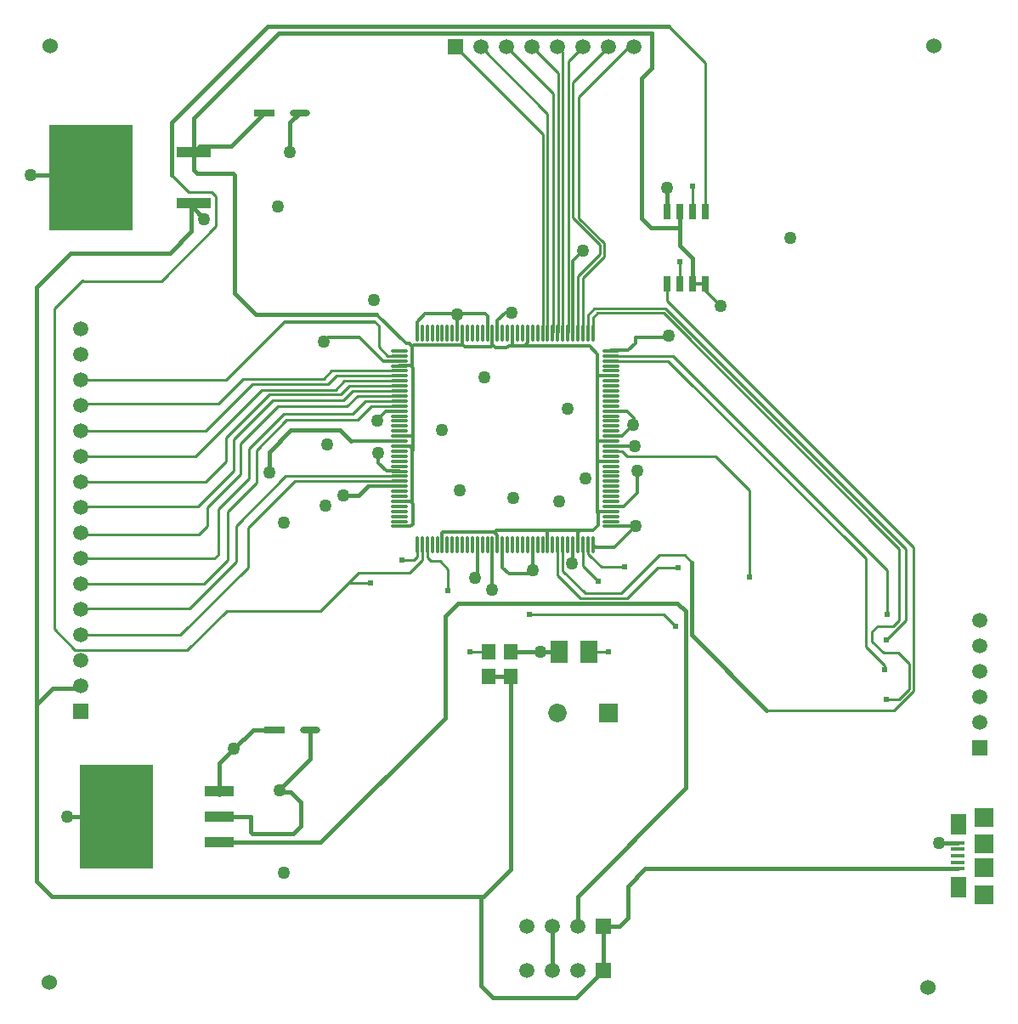
<source format=gtl>
G04*
G04 #@! TF.GenerationSoftware,Altium Limited,Altium Designer,18.0.7 (293)*
G04*
G04 Layer_Physical_Order=1*
G04 Layer_Color=255*
%FSLAX25Y25*%
%MOIN*%
G70*
G01*
G75*
%ADD16C,0.01000*%
%ADD18O,0.01181X0.07087*%
%ADD19O,0.07087X0.01181*%
%ADD20O,0.07874X0.02756*%
%ADD21R,0.07874X0.02756*%
%ADD22R,0.13795X0.04000*%
%ADD23R,0.32992X0.41299*%
%ADD24R,0.28543X0.40551*%
%ADD25R,0.11811X0.03937*%
%ADD26R,0.05315X0.01575*%
%ADD27R,0.07480X0.07480*%
%ADD28R,0.06299X0.08268*%
%ADD29R,0.02559X0.06496*%
%ADD30R,0.07087X0.09055*%
%ADD31R,0.05512X0.06299*%
%ADD54C,0.01575*%
%ADD55C,0.01181*%
%ADD56C,0.01260*%
%ADD57C,0.01378*%
%ADD58C,0.06000*%
%ADD59C,0.05906*%
%ADD60R,0.05906X0.05906*%
%ADD61R,0.05906X0.05906*%
%ADD62R,0.07284X0.07284*%
%ADD63C,0.07284*%
%ADD64C,0.05000*%
%ADD65C,0.02402*%
D16*
X220549Y316551D02*
X231200Y305900D01*
Y302200D02*
Y305900D01*
X223100Y316404D02*
X232900Y306604D01*
Y301200D02*
Y306604D01*
X222786Y293786D02*
X231200Y302200D01*
X224576Y292876D02*
X232900Y301200D01*
X343000Y139500D02*
Y140900D01*
X335600Y148300D02*
X343000Y140900D01*
X260900Y156300D02*
X261000D01*
X256200Y161000D02*
X260900Y156300D01*
X242000Y167500D02*
X253900Y179400D01*
X262000D01*
X171740Y170200D02*
Y178840D01*
X133000Y173800D02*
X133500Y173300D01*
X141200D01*
X242036Y223100D02*
X276600D01*
X240095Y225041D02*
X242036Y223100D01*
X235600Y225041D02*
X240095D01*
X240794Y179528D02*
X240966Y179700D01*
X231928Y179528D02*
X240794D01*
X224754Y179900D02*
X230654Y174000D01*
X225500Y169300D02*
X239700D01*
X223600Y167500D02*
X242000D01*
X159616Y183516D02*
Y188427D01*
X158300Y182200D02*
X159616Y183516D01*
X153700Y182200D02*
X158300D01*
X148034Y262442D02*
X152529D01*
X144500Y265977D02*
X148034Y262442D01*
X258200Y391800D02*
X272500Y377500D01*
X264500Y184400D02*
X267400Y181500D01*
X147774Y215189D02*
X152520D01*
X147764Y215198D02*
X147774Y215189D01*
X152520D02*
X152529Y215198D01*
X108098D02*
X147764D01*
X141775Y242775D02*
X152511D01*
X136200Y237200D02*
X141775Y242775D01*
X152511D02*
X152529Y242758D01*
X111649Y213249D02*
X152529D01*
X93300Y194900D02*
X111649Y213249D01*
X262600Y290627D02*
Y299400D01*
X262500Y290527D02*
X262600Y290627D01*
X59300Y291700D02*
X80800Y313200D01*
X28600Y291700D02*
X59300D01*
X80800Y313200D02*
Y325000D01*
X79000Y326800D02*
X80800Y325000D01*
X69900Y326800D02*
X79000D01*
X63300Y333400D02*
X69900Y326800D01*
X133000Y173800D02*
X136700Y177500D01*
X121600Y162400D02*
X133000Y173800D01*
X276600Y223100D02*
X290100Y209600D01*
Y175600D02*
Y209600D01*
X254800Y184400D02*
X264500D01*
X203600Y161000D02*
X256200D01*
X180300Y146500D02*
X187639D01*
X152351Y254747D02*
X152529Y254569D01*
X148835Y254747D02*
X152351D01*
X148744Y254837D02*
X148835Y254747D01*
X128137Y254837D02*
X148744D01*
X124700Y251400D02*
X128137Y254837D01*
X163553Y183347D02*
Y188427D01*
Y183347D02*
X164900Y182000D01*
X168580D01*
X171740Y178840D01*
X88700Y195800D02*
X108098Y215198D01*
X239700Y169300D02*
X254800Y184400D01*
X216700Y178100D02*
X225500Y169300D01*
X226635Y184820D02*
Y188427D01*
X226900Y146400D02*
X234700D01*
X227772Y183683D02*
Y183684D01*
Y183683D02*
X231928Y179528D01*
X226545Y188427D02*
X226635D01*
Y184820D02*
X227772Y183684D01*
X224576Y188427D02*
X224754Y188249D01*
Y179900D02*
Y188249D01*
X214734Y176366D02*
X223600Y167500D01*
X343500Y151100D02*
X351160Y158760D01*
Y186640D01*
X256900Y280900D02*
X351160Y186640D01*
X229100Y280900D02*
X256900D01*
X348800Y158804D02*
Y186596D01*
X256196Y279200D02*
X348800Y186596D01*
X230400Y279200D02*
X256196D01*
X296800Y123500D02*
X346604D01*
X354200Y131096D01*
Y187200D01*
X216700Y178100D02*
X216702Y178102D01*
Y188427D01*
X342600Y146000D02*
X348300D01*
X338100Y150500D02*
X342600Y146000D01*
X338100Y150500D02*
Y154200D01*
X340300Y156400D01*
X346396D01*
X348800Y158804D01*
X259858Y262442D02*
X344000Y178300D01*
X257500Y283900D02*
X354200Y187200D01*
X257500Y283900D02*
Y290527D01*
X161584Y182284D02*
Y188427D01*
X156800Y177500D02*
X161584Y182284D01*
X136700Y177500D02*
X156800D01*
X84900Y162400D02*
X121600D01*
X69400Y146900D02*
X84900Y162400D01*
X29673Y146900D02*
X69400D01*
X29420Y147153D02*
X29673Y146900D01*
X25247Y147153D02*
X29420D01*
X17200Y155200D02*
X25247Y147153D01*
X17200Y155200D02*
Y280900D01*
X28300Y292000D01*
X28600Y291700D01*
X272500Y318873D02*
Y377500D01*
X267500Y318873D02*
X267700Y319073D01*
Y329100D01*
X214734Y176366D02*
Y188427D01*
X343500Y127800D02*
X348500D01*
X352500Y131800D01*
Y141800D01*
X348300Y146000D02*
X352500Y141800D01*
X228513Y277313D02*
X230400Y279200D01*
X228513Y271498D02*
Y277313D01*
X335600Y148300D02*
Y182900D01*
X258026Y260474D02*
X335600Y182900D01*
X235600Y260474D02*
X258026D01*
X226545Y278345D02*
X229100Y280900D01*
X226545Y271498D02*
Y278345D01*
X144500Y265977D02*
Y274200D01*
X344000Y161100D02*
Y178300D01*
X235600Y262442D02*
X259858D01*
X242700Y383600D02*
X244600D01*
X223100Y364000D02*
X242700Y383600D01*
X223100Y316404D02*
Y364000D01*
X224576Y271498D02*
Y292876D01*
X220549Y369549D02*
X234600Y383600D01*
X220549Y316551D02*
Y369549D01*
X222786Y271676D02*
Y293786D01*
X222608Y271498D02*
X222786Y271676D01*
X218849Y271676D02*
Y377849D01*
X216702Y271498D02*
Y381498D01*
X214912Y271676D02*
Y373288D01*
X212943Y271676D02*
Y365257D01*
X210797Y271498D02*
Y357403D01*
X208828Y271498D02*
Y349372D01*
X218849Y377849D02*
X224600Y383600D01*
X218671Y271498D02*
X218849Y271676D01*
X214600Y383600D02*
X216702Y381498D01*
X204600Y383600D02*
X214912Y373288D01*
X214734Y271498D02*
X214912Y271676D01*
X194600Y383600D02*
X212943Y365257D01*
X212765Y271498D02*
X212943Y271676D01*
X184600Y383600D02*
X210797Y357403D01*
X174600Y383600D02*
X208828Y349372D01*
X174400Y383600D02*
X174600D01*
X27700Y253000D02*
X84900D01*
X142900Y275800D02*
X144500Y274200D01*
X72600Y223000D02*
X98700Y249100D01*
X27700Y223000D02*
X72600D01*
X98700Y249100D02*
X127600D01*
X91326Y253426D02*
X122826D01*
X81700Y243800D02*
X91326Y253426D01*
X28500Y243800D02*
X81700D01*
X27700Y243000D02*
X28500Y243800D01*
X122826Y253426D02*
X125937Y256537D01*
X152529D01*
X131100Y252600D02*
X152529D01*
X133000Y250631D02*
X152529D01*
X134237Y248663D02*
X152529D01*
X136195Y246694D02*
X152529D01*
X139474Y244726D02*
X152529D01*
X134300Y239552D02*
X139474Y244726D01*
X27700Y233000D02*
X76700D01*
X95100Y251400D01*
X124700D01*
X127600Y249100D02*
X131100Y252600D01*
X93300Y179500D02*
Y194900D01*
X66800Y153000D02*
X93300Y179500D01*
X27700Y153000D02*
X66800D01*
X88700Y181700D02*
Y195800D01*
X70200Y163200D02*
X88700Y181700D01*
X27900Y163200D02*
X70200D01*
X27700Y213000D02*
X76800D01*
X84700Y220900D01*
Y230200D01*
X101700Y247200D01*
X129569D01*
X133000Y250631D01*
X27700Y203000D02*
X28200Y203500D01*
X73800D01*
X87500Y217200D01*
Y229552D01*
X102974Y245026D01*
X130600D01*
X134237Y248663D01*
X27700Y193000D02*
X28200Y192500D01*
X74000D01*
X77300Y195800D01*
Y203000D01*
X90400Y216100D01*
Y228100D01*
X104900Y242600D01*
X132100D01*
X136195Y246694D01*
X27700Y183000D02*
X80100D01*
X81600Y184500D01*
Y202300D01*
X27700Y183000D02*
X29400Y184700D01*
X27700Y173000D02*
X75900D01*
X85400Y182500D01*
X81600Y202300D02*
X93600Y214300D01*
Y225904D01*
X107248Y239552D01*
X134300D01*
X108400Y237200D02*
X136200D01*
X96600Y225400D02*
X108400Y237200D01*
X96600Y212600D02*
Y225400D01*
X85400Y201400D02*
X96600Y212600D01*
X85400Y182500D02*
Y201400D01*
X27700Y163000D02*
X27900Y163200D01*
D18*
X159616Y271498D02*
D03*
X161584D02*
D03*
X163553D02*
D03*
X165521D02*
D03*
X167490D02*
D03*
X169458D02*
D03*
X171427D02*
D03*
X173395D02*
D03*
X175364D02*
D03*
X177332D02*
D03*
X179301D02*
D03*
X181269D02*
D03*
X183238D02*
D03*
X185206D02*
D03*
X187175D02*
D03*
X189143D02*
D03*
X191112D02*
D03*
X193080D02*
D03*
X195049D02*
D03*
X197017D02*
D03*
X198986D02*
D03*
X200954D02*
D03*
X202923D02*
D03*
X204891D02*
D03*
X206860D02*
D03*
X208828D02*
D03*
X210797D02*
D03*
X212765D02*
D03*
X214734D02*
D03*
X216702D02*
D03*
X218671D02*
D03*
X220639D02*
D03*
X222608D02*
D03*
X224576D02*
D03*
X226545D02*
D03*
X228513D02*
D03*
Y188427D02*
D03*
X226545D02*
D03*
X224576D02*
D03*
X222608D02*
D03*
X220639D02*
D03*
X218671D02*
D03*
X216702D02*
D03*
X214734D02*
D03*
X212765D02*
D03*
X210797D02*
D03*
X208828D02*
D03*
X206860D02*
D03*
X204891D02*
D03*
X202923D02*
D03*
X200954D02*
D03*
X198986D02*
D03*
X197017D02*
D03*
X195049D02*
D03*
X193080D02*
D03*
X191112D02*
D03*
X189143D02*
D03*
X187175D02*
D03*
X185206D02*
D03*
X183238D02*
D03*
X181269D02*
D03*
X179301D02*
D03*
X177332D02*
D03*
X175364D02*
D03*
X173395D02*
D03*
X171427D02*
D03*
X169458D02*
D03*
X167490D02*
D03*
X165521D02*
D03*
X163553D02*
D03*
X161584D02*
D03*
X159616D02*
D03*
D19*
X235600Y264411D02*
D03*
Y262442D02*
D03*
Y260474D02*
D03*
Y258506D02*
D03*
Y256537D02*
D03*
Y254569D02*
D03*
Y252600D02*
D03*
Y250631D02*
D03*
Y248663D02*
D03*
Y246694D02*
D03*
Y244726D02*
D03*
Y242758D02*
D03*
Y240789D02*
D03*
Y238821D02*
D03*
Y236852D02*
D03*
Y234883D02*
D03*
Y232915D02*
D03*
Y230946D02*
D03*
Y228978D02*
D03*
Y227010D02*
D03*
Y225041D02*
D03*
Y223072D02*
D03*
Y221104D02*
D03*
Y219135D02*
D03*
Y217167D02*
D03*
Y215198D02*
D03*
Y213230D02*
D03*
Y211261D02*
D03*
Y209293D02*
D03*
Y207324D02*
D03*
Y205356D02*
D03*
Y203387D02*
D03*
Y201419D02*
D03*
Y199450D02*
D03*
Y197482D02*
D03*
Y195513D02*
D03*
X152529D02*
D03*
Y197482D02*
D03*
Y199450D02*
D03*
Y201419D02*
D03*
Y203387D02*
D03*
Y205356D02*
D03*
Y207324D02*
D03*
Y209293D02*
D03*
Y211261D02*
D03*
Y213230D02*
D03*
Y215198D02*
D03*
Y217167D02*
D03*
Y219135D02*
D03*
Y221104D02*
D03*
Y223072D02*
D03*
Y225041D02*
D03*
Y227010D02*
D03*
Y228978D02*
D03*
Y230946D02*
D03*
Y232915D02*
D03*
Y234883D02*
D03*
Y236852D02*
D03*
Y238821D02*
D03*
Y240789D02*
D03*
Y242758D02*
D03*
Y244726D02*
D03*
Y246694D02*
D03*
Y248663D02*
D03*
Y250631D02*
D03*
Y252600D02*
D03*
Y254569D02*
D03*
Y256537D02*
D03*
Y258506D02*
D03*
Y260474D02*
D03*
Y262442D02*
D03*
Y264411D02*
D03*
D20*
X117600Y115700D02*
D03*
X113500Y357800D02*
D03*
D21*
X103600Y115700D02*
D03*
X99500Y357800D02*
D03*
D22*
X71909Y322300D02*
D03*
Y342300D02*
D03*
D23*
X31700Y332300D02*
D03*
D24*
X41558Y81600D02*
D03*
D25*
X82109Y91600D02*
D03*
Y81600D02*
D03*
Y71600D02*
D03*
D26*
X371667Y61206D02*
D03*
Y63765D02*
D03*
Y66324D02*
D03*
Y68884D02*
D03*
Y71443D02*
D03*
D27*
X382100Y61600D02*
D03*
Y71049D02*
D03*
Y51167D02*
D03*
Y81482D02*
D03*
D28*
X372061Y54120D02*
D03*
Y78529D02*
D03*
D29*
X272500Y318873D02*
D03*
X267500D02*
D03*
X262500D02*
D03*
X257500D02*
D03*
Y290527D02*
D03*
X262500D02*
D03*
X267500D02*
D03*
X272500D02*
D03*
D30*
X226900Y146400D02*
D03*
X215483D02*
D03*
D31*
X196300Y136658D02*
D03*
Y146500D02*
D03*
X187639D02*
D03*
Y136658D02*
D03*
D54*
X101600Y224800D02*
X110000Y233200D01*
X101600Y216700D02*
Y224800D01*
X105600Y91500D02*
X109900D01*
X109800Y342200D02*
Y354100D01*
X105600Y92000D02*
Y92500D01*
Y91500D02*
Y92000D01*
X196300Y146500D02*
X208000D01*
X215383D01*
X87700Y108200D02*
X95200Y115700D01*
X82109Y102609D02*
X87700Y108200D01*
X82109Y91600D02*
Y102609D01*
X95200Y115700D02*
X103600D01*
X175800Y165500D02*
X261800D01*
X136800Y207700D02*
X140361Y211261D01*
X130700Y207700D02*
X136800D01*
X109900Y91500D02*
X113900Y87500D01*
X105600Y92500D02*
X117600Y104500D01*
X71909Y320291D02*
X76100Y316100D01*
X71100Y311200D02*
Y321491D01*
X71909Y320291D02*
Y322300D01*
X251700Y375500D02*
Y388900D01*
X105200D02*
X251700D01*
X71909Y355609D02*
X105200Y388900D01*
X63300Y354100D02*
X101000Y391800D01*
X258200Y391800D01*
X63300Y333400D02*
Y354100D01*
X71909Y342300D02*
Y355609D01*
X86500Y344800D02*
X99500Y357800D01*
X74409Y344800D02*
X86500D01*
X71909Y342300D02*
X74409Y344800D01*
X96219Y278700D02*
X143725D01*
X87900Y287019D02*
X96219Y278700D01*
X267400Y152900D02*
Y181500D01*
Y152900D02*
X296800Y123500D01*
X222500Y193897D02*
X222608Y193789D01*
X95000Y75100D02*
X110900D01*
X94347Y75753D02*
X95000Y75100D01*
X110900D02*
X113900Y78100D01*
X121600Y71600D02*
X170500Y120500D01*
X82109Y71600D02*
X121600D01*
X257500Y318873D02*
Y328500D01*
X262500Y305800D02*
Y312800D01*
Y305800D02*
X267500Y300800D01*
Y290527D02*
Y300800D01*
X251300Y312800D02*
X262500D01*
Y318873D01*
X247700Y316400D02*
X251300Y312800D01*
X117600Y104500D02*
Y115700D01*
X109800Y354100D02*
X113500Y357800D01*
X113900Y78100D02*
Y87500D01*
X265100Y92900D02*
Y162200D01*
X222600Y50400D02*
X265100Y92900D01*
X261800Y165500D02*
X265100Y162200D01*
X170500Y160200D02*
X175800Y165500D01*
X87200Y334100D02*
X87900Y333400D01*
X73200Y334100D02*
X87200D01*
X87900Y287019D02*
Y333400D01*
X71909Y335391D02*
X73200Y334100D01*
X71909Y335391D02*
Y342300D01*
X82109Y81600D02*
X94347D01*
Y75753D02*
Y81600D01*
X82109Y90491D02*
Y91600D01*
X110000Y233200D02*
X129300D01*
X133522Y228978D01*
X222600Y38600D02*
Y50400D01*
X170500Y120500D02*
Y160200D01*
X247700Y371500D02*
X251700Y375500D01*
X242400Y54500D02*
X249106Y61206D01*
X242400Y41900D02*
Y54500D01*
X249106Y61206D02*
X371667D01*
X247700Y316400D02*
Y371500D01*
X215383Y146500D02*
X215483Y146400D01*
X212500Y21200D02*
Y38500D01*
X184600Y50300D02*
X185600D01*
X196300Y61000D01*
X184600Y15500D02*
X189400Y10700D01*
X222000D01*
X232500Y21200D01*
X16300Y50300D02*
X184600D01*
X232500Y21200D02*
Y38500D01*
X184600Y15500D02*
Y50300D01*
X10200Y56400D02*
Y125600D01*
Y56400D02*
X16300Y50300D01*
X10200Y125600D02*
X16600Y132000D01*
X10200Y125600D02*
Y289300D01*
X23600Y302700D01*
X62600D01*
X71100Y311200D01*
X26700Y132000D02*
X27700Y133000D01*
X16600Y132000D02*
X26700D01*
X196300Y61000D02*
Y136658D01*
X187639D02*
X196300D01*
X232600Y38600D02*
X239100D01*
X242400Y41900D01*
X8000Y333300D02*
X30700D01*
X364442Y71443D02*
X371667D01*
X22400Y81600D02*
X41558D01*
D55*
X162805Y278906D02*
X175500D01*
X147287Y240787D02*
X152529D01*
X147514Y217186D02*
X152529D01*
X189143Y169943D02*
Y188427D01*
X152529Y230978D02*
X157202D01*
X152529Y258537D02*
X157163D01*
X152500Y205443D02*
X157436D01*
X157800Y205807D01*
X220639Y299761D02*
X224578Y303700D01*
X220639Y271498D02*
Y299761D01*
X244305Y235200D02*
X244605Y235500D01*
X240052Y230946D02*
X244305Y235200D01*
X246100Y208800D02*
Y217300D01*
X246000Y217400D02*
X246100Y217300D01*
X235600Y227010D02*
X245091D01*
X190680Y193900D02*
X210800D01*
X210797Y188427D02*
Y193897D01*
X188900Y170187D02*
Y170700D01*
Y170187D02*
X189143Y169943D01*
X182400Y175200D02*
X183325Y176125D01*
X186395Y278906D02*
X187175Y278125D01*
X175500Y278906D02*
X186395D01*
X159616Y275716D02*
X162805Y278906D01*
X175276Y271585D02*
Y278682D01*
X175500Y278906D01*
X230766Y201182D02*
X230916Y201331D01*
X230439Y200855D02*
X230766Y201182D01*
X235600Y230946D02*
X240052D01*
X235600Y264411D02*
X235789Y264600D01*
X242400D01*
X245165Y267365D01*
Y269665D01*
X245200Y269700D01*
X257500D01*
X197000Y266369D02*
X201731D01*
X195551D02*
X197000D01*
Y271480D02*
X197017Y271498D01*
X197000Y266369D02*
Y271480D01*
X194783Y265600D02*
X195551Y266369D01*
X189143Y266856D02*
Y271498D01*
Y266856D02*
X189321Y266678D01*
X190400Y265600D01*
X177332Y266678D02*
Y271351D01*
X176157Y266678D02*
X177332D01*
X188543Y265900D02*
X189321Y266678D01*
X178288Y265900D02*
X188543D01*
X177510Y266678D02*
X178288Y265900D01*
X187175Y271498D02*
Y278125D01*
X220639Y271351D02*
Y271498D01*
X143725Y278700D02*
X155225Y267200D01*
X183238Y188427D02*
X183325Y188339D01*
Y176125D02*
Y188339D01*
X156600Y267200D02*
X157800Y266000D01*
X155225Y267200D02*
X156600D01*
X157800Y266000D02*
X158478Y266678D01*
X162378D02*
X162759D01*
X162363Y266664D02*
X162378Y266678D01*
X160805Y266664D02*
X162363D01*
X160791Y266678D02*
X160805Y266664D01*
X160409Y266678D02*
X160791D01*
X160395Y266664D02*
X160409Y266678D01*
X158837Y266664D02*
X160395D01*
X158822Y266678D02*
X158837Y266664D01*
X158478Y266678D02*
X158822D01*
X170252D02*
X170633D01*
X170237Y266664D02*
X170252Y266678D01*
X168679Y266664D02*
X170237D01*
X168665Y266678D02*
X168679Y266664D01*
X168283Y266678D02*
X168665D01*
X168269Y266664D02*
X168283Y266678D01*
X166711Y266664D02*
X168269D01*
X166696Y266678D02*
X166711Y266664D01*
X166315Y266678D02*
X166696D01*
X166300Y266664D02*
X166315Y266678D01*
X164742Y266664D02*
X166300D01*
X164728Y266678D02*
X164742Y266664D01*
X164346Y266678D02*
X164728D01*
X176143Y266664D02*
X176157Y266678D01*
X174585Y266664D02*
X176143D01*
X174570Y266678D02*
X174585Y266664D01*
X174189Y266678D02*
X174570D01*
X174174Y266664D02*
X174189Y266678D01*
X172616Y266664D02*
X174174D01*
X172602Y266678D02*
X172616Y266664D01*
X172220Y266678D02*
X172602D01*
X172206Y266664D02*
X172220Y266678D01*
X170648Y266664D02*
X172206D01*
X170633Y266678D02*
X170648Y266664D01*
X164332D02*
X164346Y266678D01*
X162774Y266664D02*
X164332D01*
X162759Y266678D02*
X162774Y266664D01*
X157800Y259174D02*
Y266000D01*
X157163Y258537D02*
X157800Y259174D01*
Y225300D02*
Y226087D01*
Y205807D02*
Y225300D01*
X157900Y225400D01*
Y231676D01*
X152529Y227010D02*
X156878D01*
X157800Y226087D01*
X157163Y258537D02*
X157900Y257800D01*
Y231676D02*
Y257800D01*
X157202Y230978D02*
X157900Y231676D01*
X144200Y220500D02*
X147514Y217186D01*
X144200Y220500D02*
Y224200D01*
X157202Y205209D02*
X158000Y204412D01*
Y196489D02*
Y204412D01*
X157024Y195513D02*
X158000Y196489D01*
X230766Y195866D02*
Y201182D01*
X230916Y201331D02*
X235513D01*
X235600Y201419D01*
X229594Y187200D02*
X236900D01*
X228513Y188280D02*
X229594Y187200D01*
X222500Y193897D02*
X228797D01*
X210797D02*
X222500D01*
X222608Y188427D02*
Y193789D01*
X228797Y193897D02*
X230766Y195866D01*
X220639Y181217D02*
Y188280D01*
X220461Y181039D02*
X220639Y181217D01*
X189981Y193202D02*
X190680Y193900D01*
X189922Y193202D02*
X189981D01*
X169766Y193261D02*
X189922D01*
X210797Y193897D02*
X210800Y193900D01*
X193080Y179420D02*
Y188280D01*
Y179420D02*
X195500Y177000D01*
X203400D01*
X204900Y178500D01*
X189981Y193202D02*
X191024Y192159D01*
Y192121D02*
X191112Y192034D01*
X191024Y192121D02*
Y192159D01*
X191112Y188427D02*
Y192034D01*
X169458Y192953D02*
X169766Y193261D01*
X169458Y188427D02*
Y192953D01*
X230961Y221104D02*
X235600D01*
X230959Y228978D02*
X235600D01*
X244605Y235500D02*
Y238173D01*
X241989Y240789D02*
X244605Y238173D01*
X235600Y240789D02*
X241989D01*
X143900Y237400D02*
X147287Y240787D01*
X143900Y236900D02*
Y237400D01*
X140361Y211261D02*
X152529D01*
X191112Y276212D02*
X194400Y279500D01*
X196500D01*
X190400Y265600D02*
X194783D01*
X257500Y269700D02*
X258300Y270500D01*
X123000Y268100D02*
X124500Y269600D01*
X137100D01*
X159616Y271498D02*
Y275716D01*
X191112Y271498D02*
Y276212D01*
X133522Y228978D02*
X152529D01*
X236900Y187200D02*
X245213Y195513D01*
X230439Y200855D02*
Y263161D01*
X227232Y266369D02*
X230439Y263161D01*
X201731Y266369D02*
X227232D01*
X146226Y260474D02*
X152529D01*
X137100Y269600D02*
X146226Y260474D01*
X107700Y275800D02*
X142900D01*
X84900Y253000D02*
X107700Y275800D01*
X235600Y195513D02*
X245213D01*
X240687Y203387D02*
X246100Y208800D01*
X235600Y203387D02*
X240687D01*
X152529Y195513D02*
X157024D01*
X201731Y266369D02*
X202923Y267560D01*
Y271351D01*
X204900Y178500D02*
Y188272D01*
D56*
X230600Y254600D02*
X235600D01*
D57*
X272500Y288100D02*
X278600Y282000D01*
X272500Y288100D02*
Y290527D01*
X267500D02*
X272500D01*
D58*
X362200Y383900D02*
D03*
X15500D02*
D03*
X15300Y16700D02*
D03*
X360100Y14700D02*
D03*
D59*
X202600Y38600D02*
D03*
X212600D02*
D03*
X222600D02*
D03*
X202500Y21200D02*
D03*
X212500D02*
D03*
X222500D02*
D03*
X27700Y273000D02*
D03*
Y263000D02*
D03*
Y253000D02*
D03*
Y243000D02*
D03*
Y233000D02*
D03*
Y223000D02*
D03*
Y213000D02*
D03*
Y203000D02*
D03*
Y193000D02*
D03*
Y183000D02*
D03*
Y173000D02*
D03*
Y163000D02*
D03*
Y153000D02*
D03*
Y143000D02*
D03*
Y133000D02*
D03*
X380300Y118700D02*
D03*
Y128700D02*
D03*
Y138700D02*
D03*
Y148700D02*
D03*
Y158700D02*
D03*
X244600Y383600D02*
D03*
X234600D02*
D03*
X224600D02*
D03*
X214600D02*
D03*
X204600D02*
D03*
X194600D02*
D03*
X184600D02*
D03*
D60*
X232600Y38600D02*
D03*
X232500Y21200D02*
D03*
X174600Y383600D02*
D03*
D61*
X27700Y123000D02*
D03*
X380300Y108700D02*
D03*
D62*
X234800Y122400D02*
D03*
D63*
X214800D02*
D03*
D64*
X142600Y284300D02*
D03*
X107300Y197100D02*
D03*
X101600Y216700D02*
D03*
X109800Y342200D02*
D03*
X130700Y207700D02*
D03*
X245213Y195513D02*
D03*
X224578Y303700D02*
D03*
X364442Y71443D02*
D03*
X104900Y321000D02*
D03*
X76100Y316100D02*
D03*
X208000Y146500D02*
D03*
X107400Y59700D02*
D03*
X22400Y81600D02*
D03*
X105600Y92000D02*
D03*
X87700Y108200D02*
D03*
X123000Y268100D02*
D03*
X257500Y328500D02*
D03*
X306000Y308700D02*
D03*
X278600Y282000D02*
D03*
X258300Y270500D02*
D03*
X175276Y278682D02*
D03*
X196500Y279500D02*
D03*
X246000Y217400D02*
D03*
X245091Y227010D02*
D03*
X244305Y235200D02*
D03*
X220461Y181039D02*
D03*
X204900Y178500D02*
D03*
X188900Y170700D02*
D03*
X182400Y175200D02*
D03*
X176178Y209722D02*
D03*
X197389Y206511D02*
D03*
X215300Y205500D02*
D03*
X225600Y214300D02*
D03*
X218600Y241800D02*
D03*
X186000Y253900D02*
D03*
X169178Y233278D02*
D03*
X123700Y203700D02*
D03*
X124337Y227663D02*
D03*
X144200Y224200D02*
D03*
X143900Y236900D02*
D03*
X8000Y333300D02*
D03*
D65*
X344000Y161100D02*
D03*
X343500Y151100D02*
D03*
X343000Y139500D02*
D03*
X343500Y127800D02*
D03*
X290100Y175600D02*
D03*
X261000Y156300D02*
D03*
X262000Y179400D02*
D03*
X180300Y146500D02*
D03*
X234700Y146400D02*
D03*
X171740Y170200D02*
D03*
X141200Y173300D02*
D03*
X267700Y329100D02*
D03*
X262600Y299400D02*
D03*
X203600Y161000D02*
D03*
X240966Y179700D02*
D03*
X230654Y174000D02*
D03*
X153700Y182200D02*
D03*
M02*

</source>
